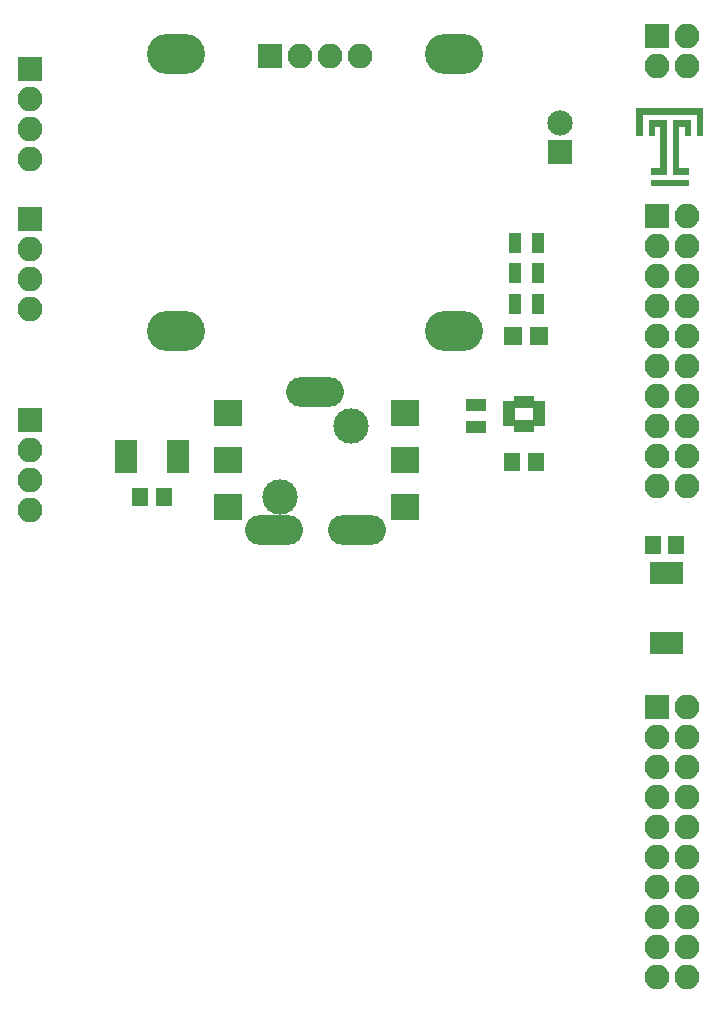
<source format=gbr>
G04 #@! TF.GenerationSoftware,KiCad,Pcbnew,(5.0.0)*
G04 #@! TF.CreationDate,2019-02-20T18:13:07-05:00*
G04 #@! TF.ProjectId,AVR_LCD 2.0,4156525F4C434420322E302E6B696361,rev?*
G04 #@! TF.SameCoordinates,Original*
G04 #@! TF.FileFunction,Soldermask,Top*
G04 #@! TF.FilePolarity,Negative*
%FSLAX46Y46*%
G04 Gerber Fmt 4.6, Leading zero omitted, Abs format (unit mm)*
G04 Created by KiCad (PCBNEW (5.0.0)) date 02/20/19 18:13:07*
%MOMM*%
%LPD*%
G01*
G04 APERTURE LIST*
%ADD10C,0.010000*%
%ADD11O,2.100000X2.100000*%
%ADD12R,2.100000X2.100000*%
%ADD13R,1.400000X1.650000*%
%ADD14R,1.600000X1.600000*%
%ADD15C,2.150000*%
%ADD16R,2.150000X2.150000*%
%ADD17R,1.700000X1.100000*%
%ADD18R,1.100000X1.700000*%
%ADD19R,1.075000X0.650000*%
%ADD20R,0.650000X1.075000*%
%ADD21O,4.900000X3.400000*%
%ADD22R,0.850000X1.850000*%
%ADD23C,3.000000*%
%ADD24O,4.900000X2.500000*%
%ADD25R,2.400000X2.300000*%
%ADD26R,1.850000X0.850000*%
G04 APERTURE END LIST*
D10*
G04 #@! TO.C,G\002A\002A\002A*
G36*
X115108600Y-63485977D02*
X114886350Y-63478638D01*
X114664100Y-63471300D01*
X114650750Y-61680600D01*
X110028600Y-61680600D01*
X110028600Y-63509400D01*
X109546000Y-63509400D01*
X109546000Y-61223400D01*
X115108600Y-61223400D01*
X115108600Y-63485977D01*
X115108600Y-63485977D01*
G37*
X115108600Y-63485977D02*
X114886350Y-63478638D01*
X114664100Y-63471300D01*
X114650750Y-61680600D01*
X110028600Y-61680600D01*
X110028600Y-63509400D01*
X109546000Y-63509400D01*
X109546000Y-61223400D01*
X115108600Y-61223400D01*
X115108600Y-63485977D01*
G36*
X114118000Y-63484000D02*
X113635400Y-63484000D01*
X113635400Y-62722000D01*
X113102000Y-62722000D01*
X113102000Y-66303400D01*
X113502050Y-66303341D01*
X113902100Y-66303283D01*
X113893947Y-66531941D01*
X113885794Y-66760600D01*
X112619400Y-66760600D01*
X112619400Y-62239400D01*
X114118000Y-62239400D01*
X114118000Y-63484000D01*
X114118000Y-63484000D01*
G37*
X114118000Y-63484000D02*
X113635400Y-63484000D01*
X113635400Y-62722000D01*
X113102000Y-62722000D01*
X113102000Y-66303400D01*
X113502050Y-66303341D01*
X113902100Y-66303283D01*
X113893947Y-66531941D01*
X113885794Y-66760600D01*
X112619400Y-66760600D01*
X112619400Y-62239400D01*
X114118000Y-62239400D01*
X114118000Y-63484000D01*
G36*
X112060600Y-66760600D02*
X110790600Y-66760600D01*
X110790600Y-66303400D01*
X111184300Y-66303400D01*
X111342782Y-66302352D01*
X111455965Y-66298918D01*
X111529315Y-66292655D01*
X111568296Y-66283125D01*
X111578508Y-66271650D01*
X111578557Y-66243664D01*
X111578593Y-66169885D01*
X111578619Y-66055322D01*
X111578633Y-65904981D01*
X111578638Y-65723869D01*
X111578634Y-65516995D01*
X111578621Y-65289366D01*
X111578600Y-65045989D01*
X111578572Y-64791871D01*
X111578537Y-64532020D01*
X111578496Y-64271444D01*
X111578451Y-64015150D01*
X111578401Y-63768145D01*
X111578347Y-63535437D01*
X111578290Y-63322033D01*
X111578231Y-63132941D01*
X111578170Y-62973167D01*
X111578109Y-62847721D01*
X111578046Y-62761609D01*
X111578024Y-62741050D01*
X111554368Y-62733220D01*
X111490424Y-62726952D01*
X111396701Y-62722996D01*
X111311961Y-62722000D01*
X111045923Y-62722000D01*
X111038911Y-63109350D01*
X111031900Y-63496700D01*
X110803300Y-63494955D01*
X110574700Y-63493211D01*
X110574700Y-62252100D01*
X112060600Y-62238632D01*
X112060600Y-66760600D01*
X112060600Y-66760600D01*
G37*
X112060600Y-66760600D02*
X110790600Y-66760600D01*
X110790600Y-66303400D01*
X111184300Y-66303400D01*
X111342782Y-66302352D01*
X111455965Y-66298918D01*
X111529315Y-66292655D01*
X111568296Y-66283125D01*
X111578508Y-66271650D01*
X111578557Y-66243664D01*
X111578593Y-66169885D01*
X111578619Y-66055322D01*
X111578633Y-65904981D01*
X111578638Y-65723869D01*
X111578634Y-65516995D01*
X111578621Y-65289366D01*
X111578600Y-65045989D01*
X111578572Y-64791871D01*
X111578537Y-64532020D01*
X111578496Y-64271444D01*
X111578451Y-64015150D01*
X111578401Y-63768145D01*
X111578347Y-63535437D01*
X111578290Y-63322033D01*
X111578231Y-63132941D01*
X111578170Y-62973167D01*
X111578109Y-62847721D01*
X111578046Y-62761609D01*
X111578024Y-62741050D01*
X111554368Y-62733220D01*
X111490424Y-62726952D01*
X111396701Y-62722996D01*
X111311961Y-62722000D01*
X111045923Y-62722000D01*
X111038911Y-63109350D01*
X111031900Y-63496700D01*
X110803300Y-63494955D01*
X110574700Y-63493211D01*
X110574700Y-62252100D01*
X112060600Y-62238632D01*
X112060600Y-66760600D01*
G36*
X112342154Y-67300154D02*
X113893709Y-67306700D01*
X113897904Y-67528958D01*
X113902100Y-67751217D01*
X112346350Y-67751208D01*
X110790600Y-67751200D01*
X110790600Y-67293609D01*
X112342154Y-67300154D01*
X112342154Y-67300154D01*
G37*
X112342154Y-67300154D02*
X113893709Y-67306700D01*
X113897904Y-67528958D01*
X113902100Y-67751217D01*
X112346350Y-67751208D01*
X110790600Y-67751200D01*
X110790600Y-67293609D01*
X112342154Y-67300154D01*
G04 #@! TD*
D11*
G04 #@! TO.C,BreakOut_EXT1*
X113840000Y-134810000D03*
X111300000Y-134810000D03*
X113840000Y-132270000D03*
X111300000Y-132270000D03*
X113840000Y-129730000D03*
X111300000Y-129730000D03*
X113840000Y-127190000D03*
X111300000Y-127190000D03*
X113840000Y-124650000D03*
X111300000Y-124650000D03*
X113840000Y-122110000D03*
X111300000Y-122110000D03*
X113840000Y-119570000D03*
X111300000Y-119570000D03*
X113840000Y-117030000D03*
X111300000Y-117030000D03*
X113840000Y-114490000D03*
X111300000Y-114490000D03*
X113840000Y-111950000D03*
D12*
X111300000Y-111950000D03*
G04 #@! TD*
D13*
G04 #@! TO.C,C1*
X101034000Y-91149500D03*
X99034000Y-91149500D03*
G04 #@! TD*
G04 #@! TO.C,C2*
X69553200Y-94138000D03*
X67553200Y-94138000D03*
G04 #@! TD*
G04 #@! TO.C,C3*
X110924000Y-98207000D03*
X112924000Y-98207000D03*
G04 #@! TD*
D14*
G04 #@! TO.C,D1*
X99125000Y-80464000D03*
X101325000Y-80464000D03*
G04 #@! TD*
D11*
G04 #@! TO.C,J1*
X58194800Y-95248800D03*
X58194800Y-92708800D03*
X58194800Y-90168800D03*
D12*
X58194800Y-87628800D03*
G04 #@! TD*
D11*
G04 #@! TO.C,J2*
X58160000Y-65480000D03*
X58160000Y-62940000D03*
X58160000Y-60400000D03*
D12*
X58160000Y-57860000D03*
G04 #@! TD*
D11*
G04 #@! TO.C,J3*
X113840000Y-57650000D03*
X111300000Y-57650000D03*
X113840000Y-55110000D03*
D12*
X111300000Y-55110000D03*
G04 #@! TD*
G04 #@! TO.C,J4*
X58160000Y-70560000D03*
D11*
X58160000Y-73100000D03*
X58160000Y-75640000D03*
X58160000Y-78180000D03*
G04 #@! TD*
D15*
G04 #@! TO.C,J5*
X103090000Y-62450000D03*
D16*
X103090000Y-64950000D03*
G04 #@! TD*
D17*
G04 #@! TO.C,R1*
X95970500Y-86323500D03*
X95970500Y-88223500D03*
G04 #@! TD*
D18*
G04 #@! TO.C,R2*
X99293000Y-72590000D03*
X101193000Y-72590000D03*
G04 #@! TD*
G04 #@! TO.C,R3*
X101193000Y-75130000D03*
X99293000Y-75130000D03*
G04 #@! TD*
G04 #@! TO.C,R4*
X99293000Y-77797000D03*
X101193000Y-77797000D03*
G04 #@! TD*
D19*
G04 #@! TO.C,U1*
X101304500Y-86323500D03*
X101304500Y-86823500D03*
X101304500Y-87323500D03*
X101304500Y-87823500D03*
X98779500Y-87823500D03*
X98779500Y-87323500D03*
X98779500Y-86823500D03*
X98779500Y-86323500D03*
D20*
X100542000Y-88086000D03*
X100042000Y-88086000D03*
X99542000Y-88086000D03*
X100542000Y-86061000D03*
X99542000Y-86061000D03*
X100042000Y-86061000D03*
G04 #@! TD*
D11*
G04 #@! TO.C,U2*
X86160000Y-56800000D03*
X83620000Y-56800000D03*
X81080000Y-56800000D03*
D12*
X78540000Y-56800000D03*
D21*
X94090000Y-56600000D03*
X70590000Y-56600000D03*
X94090000Y-80100000D03*
X70590000Y-80100000D03*
G04 #@! TD*
D22*
G04 #@! TO.C,U4*
X113042000Y-106491000D03*
X112392000Y-106491000D03*
X111742000Y-106491000D03*
X111092000Y-106491000D03*
X111092000Y-100591000D03*
X111742000Y-100591000D03*
X112392000Y-100591000D03*
X113042000Y-100591000D03*
G04 #@! TD*
D23*
G04 #@! TO.C,U5*
X85390000Y-88100000D03*
X79390000Y-94100000D03*
D24*
X82340000Y-85250000D03*
X85890000Y-96950000D03*
X78840000Y-96950000D03*
D25*
X89940000Y-95000000D03*
X89940000Y-91000000D03*
X89940000Y-87000000D03*
X74940000Y-91000000D03*
X74940000Y-95000000D03*
X74940000Y-87000000D03*
G04 #@! TD*
D12*
G04 #@! TO.C,X-Plained_EXT1*
X111300000Y-70340000D03*
D11*
X113840000Y-70340000D03*
X111300000Y-72880000D03*
X113840000Y-72880000D03*
X111300000Y-75420000D03*
X113840000Y-75420000D03*
X111300000Y-77960000D03*
X113840000Y-77960000D03*
X111300000Y-80500000D03*
X113840000Y-80500000D03*
X111300000Y-83040000D03*
X113840000Y-83040000D03*
X111300000Y-85580000D03*
X113840000Y-85580000D03*
X111300000Y-88120000D03*
X113840000Y-88120000D03*
X111300000Y-90660000D03*
X113840000Y-90660000D03*
X111300000Y-93200000D03*
X113840000Y-93200000D03*
G04 #@! TD*
D26*
G04 #@! TO.C,U3*
X70742200Y-89735000D03*
X70742200Y-90385000D03*
X70742200Y-91035000D03*
X70742200Y-91685000D03*
X66342200Y-91685000D03*
X66342200Y-91035000D03*
X66342200Y-90385000D03*
X66342200Y-89735000D03*
G04 #@! TD*
M02*

</source>
